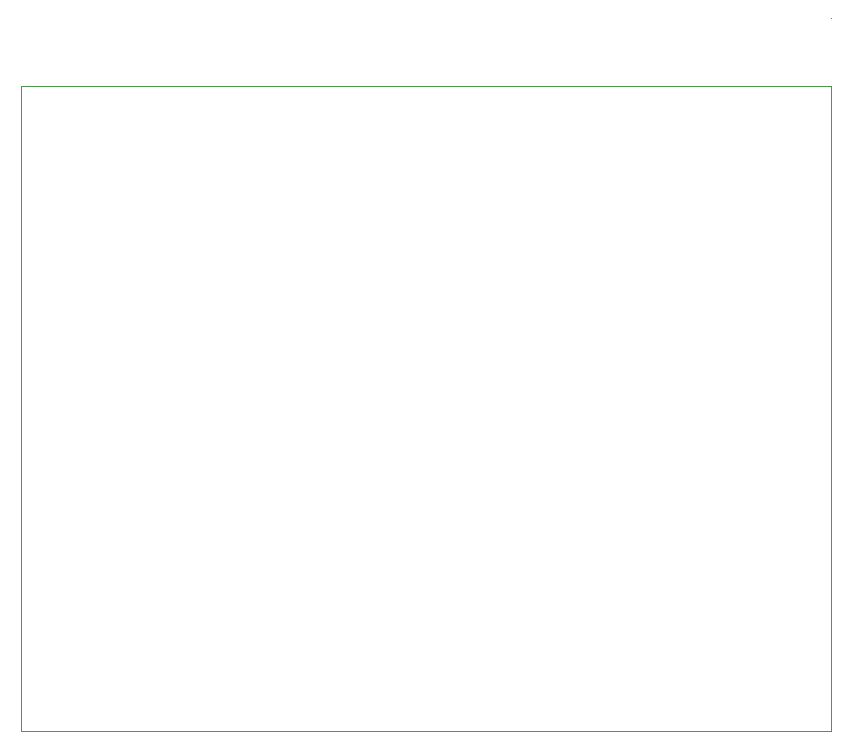
<source format=gbr>
%TF.GenerationSoftware,KiCad,Pcbnew,(6.0.1)*%
%TF.CreationDate,2022-10-31T14:49:25-07:00*%
%TF.ProjectId,Jianyi_PCB,4a69616e-7969-45f5-9043-422e6b696361,rev?*%
%TF.SameCoordinates,Original*%
%TF.FileFunction,Profile,NP*%
%FSLAX46Y46*%
G04 Gerber Fmt 4.6, Leading zero omitted, Abs format (unit mm)*
G04 Created by KiCad (PCBNEW (6.0.1)) date 2022-10-31 14:49:25*
%MOMM*%
%LPD*%
G01*
G04 APERTURE LIST*
%TA.AperFunction,Profile*%
%ADD10C,0.100000*%
%TD*%
G04 APERTURE END LIST*
D10*
X70485000Y-55880000D02*
X139065000Y-55880000D01*
X139065000Y-55880000D02*
X139065000Y-110490000D01*
X139065000Y-110490000D02*
X70485000Y-110490000D01*
X70485000Y-110490000D02*
X70485000Y-55880000D01*
X139065000Y-50165000D02*
X139065000Y-50165000D01*
X139065000Y-50165000D02*
X139065000Y-50165000D01*
X139065000Y-50165000D02*
X139065000Y-50165000D01*
X139065000Y-50165000D02*
X139065000Y-50165000D01*
M02*

</source>
